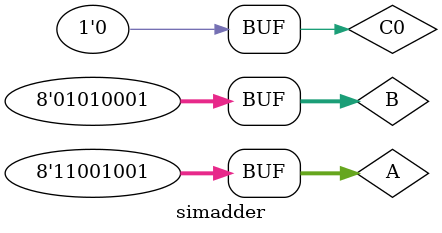
<source format=v>
`timescale 1ns / 1ps


`timescale 1ns / 1ps
module simadder(
    );
    // Inputs
        reg [7:0] A;
        reg [7:0] B;
        reg C0;
    // Outputs
        wire C8;
        wire [7:0] F;
    // Instantiate the Unit Under Test (UUT)
      add_8 uut 
               (.a(A), 
              .b(B), 
              .cin(C0), 
              .co(C8), 
              .s(F)
                 );
     initial begin
            // Initialize Inputs
                    C0 = 0;
            // Wait 100 ns for global reset to finish
            #100;
    // Add stimulus here
        begin A = 'B01101100;B='B01101011;C0 = 0;end
            #100;
            begin A = 'B10001011;B='B10000010;C0 = 1;end
            #100;
            begin A = 'B00111011;B='B10011101;C0 = 0;end
            #100;
            begin A = 'B11001010;B='B10000010;C0 = 1;end
            #100;
            A = 'B01000111;B='B01101000;C0= 0;
            #100;
            begin A = 'B00101011;B='B00101100;C0 = 1;end
            #100;
            begin A = 'B11001001;B='B01010001;C0 = 0;end
            #100;
        end
endmodule


</source>
